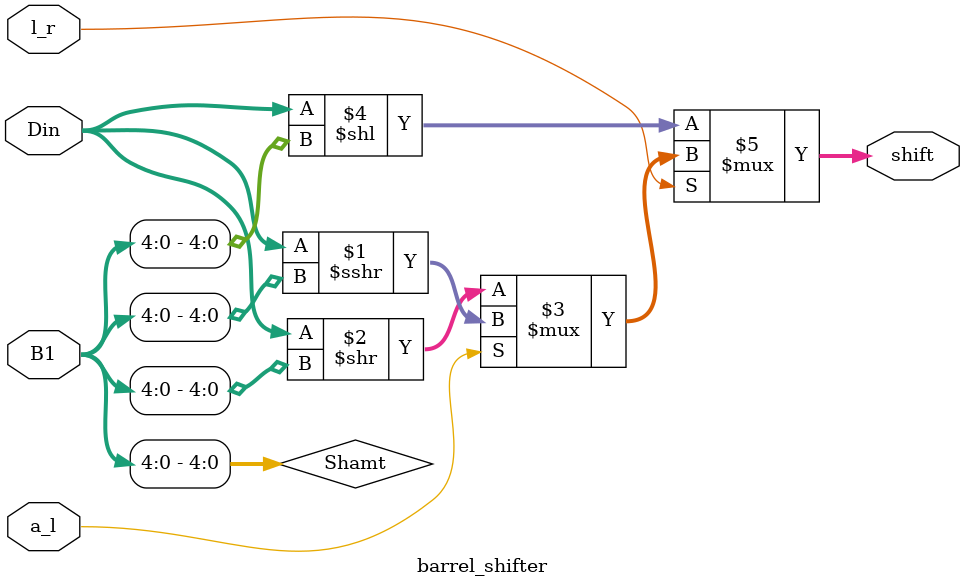
<source format=v>
module barrel_shifter(
    input [31:0] Din,                   //输入数据
    input [31:0] B1,                    //接收来自B的输入数据，带有移位量
    input l_r,                          //1右移，0左移
    input a_l,                          //1算术右移，0逻辑右移
    output [31:0] shift                 //输出数据
);

    wire [4:0] Shamt;                   //移位量
    assign Shamt = B1[4:0];             //移位量为B1的低5位

   //根据 l_r 和 a_l 的值选择对应的移位操作
    assign shift = (l_r) ? ( ( a_l ) ? ( $signed( Din ) >>> Shamt ) : ( Din >> Shamt ) ) : ( Din << Shamt );


endmodule
</source>
